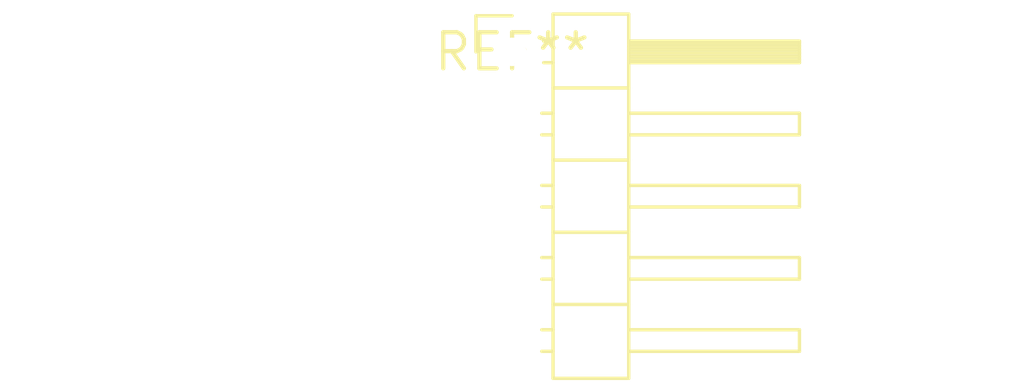
<source format=kicad_pcb>
(kicad_pcb (version 20240108) (generator pcbnew)
  (layers (0 "F.Cu" signal) (31 "B.Cu" signal) (34 "B.Paste" user) (35 "F.Paste" user) (36 "B.SilkS" user "B.Silkscreen") (37 "F.SilkS" user "F.Silkscreen") (38 "B.Mask" user) (39 "F.Mask" user) (44 "Edge.Cuts" user))
  (net 0 "")
  (footprint "PinHeader_1x05_P2.54mm_Horizontal" (layer "F.Cu") (at 0 0)
    (property "Reference" "REF**")
    (property "Value" "PinHeader_1x05_P2.54mm_Horizontal")
    (fp_line (start -1.27 -1.27) (end 0 -1.27) (layer "F.SilkS") (stroke (width 0.12)))
    (fp_line (start -1.27 0) (end -1.27 -1.27) (layer "F.SilkS") (stroke (width 0.12)))
    (fp_line (start 1.042929 2.16) (end 1.44 2.16) (layer "F.SilkS") (stroke (width 0.12)))
    (fp_line (start 1.042929 2.92) (end 1.44 2.92) (layer "F.SilkS") (stroke (width 0.12)))
    (fp_line (start 1.042929 4.7) (end 1.44 4.7) (layer "F.SilkS") (stroke (width 0.12)))
    (fp_line (start 1.042929 5.46) (end 1.44 5.46) (layer "F.SilkS") (stroke (width 0.12)))
    (fp_line (start 1.042929 7.24) (end 1.44 7.24) (layer "F.SilkS") (stroke (width 0.12)))
    (fp_line (start 1.042929 8) (end 1.44 8) (layer "F.SilkS") (stroke (width 0.12)))
    (fp_line (start 1.042929 9.78) (end 1.44 9.78) (layer "F.SilkS") (stroke (width 0.12)))
    (fp_line (start 1.042929 10.54) (end 1.44 10.54) (layer "F.SilkS") (stroke (width 0.12)))
    (fp_line (start 1.11 -0.38) (end 1.44 -0.38) (layer "F.SilkS") (stroke (width 0.12)))
    (fp_line (start 1.11 0.38) (end 1.44 0.38) (layer "F.SilkS") (stroke (width 0.12)))
    (fp_line (start 1.44 -1.33) (end 1.44 11.49) (layer "F.SilkS") (stroke (width 0.12)))
    (fp_line (start 1.44 1.27) (end 4.1 1.27) (layer "F.SilkS") (stroke (width 0.12)))
    (fp_line (start 1.44 3.81) (end 4.1 3.81) (layer "F.SilkS") (stroke (width 0.12)))
    (fp_line (start 1.44 6.35) (end 4.1 6.35) (layer "F.SilkS") (stroke (width 0.12)))
    (fp_line (start 1.44 8.89) (end 4.1 8.89) (layer "F.SilkS") (stroke (width 0.12)))
    (fp_line (start 1.44 11.49) (end 4.1 11.49) (layer "F.SilkS") (stroke (width 0.12)))
    (fp_line (start 4.1 -1.33) (end 1.44 -1.33) (layer "F.SilkS") (stroke (width 0.12)))
    (fp_line (start 4.1 -0.38) (end 10.1 -0.38) (layer "F.SilkS") (stroke (width 0.12)))
    (fp_line (start 4.1 -0.32) (end 10.1 -0.32) (layer "F.SilkS") (stroke (width 0.12)))
    (fp_line (start 4.1 -0.2) (end 10.1 -0.2) (layer "F.SilkS") (stroke (width 0.12)))
    (fp_line (start 4.1 -0.08) (end 10.1 -0.08) (layer "F.SilkS") (stroke (width 0.12)))
    (fp_line (start 4.1 0.04) (end 10.1 0.04) (layer "F.SilkS") (stroke (width 0.12)))
    (fp_line (start 4.1 0.16) (end 10.1 0.16) (layer "F.SilkS") (stroke (width 0.12)))
    (fp_line (start 4.1 0.28) (end 10.1 0.28) (layer "F.SilkS") (stroke (width 0.12)))
    (fp_line (start 4.1 2.16) (end 10.1 2.16) (layer "F.SilkS") (stroke (width 0.12)))
    (fp_line (start 4.1 4.7) (end 10.1 4.7) (layer "F.SilkS") (stroke (width 0.12)))
    (fp_line (start 4.1 7.24) (end 10.1 7.24) (layer "F.SilkS") (stroke (width 0.12)))
    (fp_line (start 4.1 9.78) (end 10.1 9.78) (layer "F.SilkS") (stroke (width 0.12)))
    (fp_line (start 4.1 11.49) (end 4.1 -1.33) (layer "F.SilkS") (stroke (width 0.12)))
    (fp_line (start 10.1 -0.38) (end 10.1 0.38) (layer "F.SilkS") (stroke (width 0.12)))
    (fp_line (start 10.1 0.38) (end 4.1 0.38) (layer "F.SilkS") (stroke (width 0.12)))
    (fp_line (start 10.1 2.16) (end 10.1 2.92) (layer "F.SilkS") (stroke (width 0.12)))
    (fp_line (start 10.1 2.92) (end 4.1 2.92) (layer "F.SilkS") (stroke (width 0.12)))
    (fp_line (start 10.1 4.7) (end 10.1 5.46) (layer "F.SilkS") (stroke (width 0.12)))
    (fp_line (start 10.1 5.46) (end 4.1 5.46) (layer "F.SilkS") (stroke (width 0.12)))
    (fp_line (start 10.1 7.24) (end 10.1 8) (layer "F.SilkS") (stroke (width 0.12)))
    (fp_line (start 10.1 8) (end 4.1 8) (layer "F.SilkS") (stroke (width 0.12)))
    (fp_line (start 10.1 9.78) (end 10.1 10.54) (layer "F.SilkS") (stroke (width 0.12)))
    (fp_line (start 10.1 10.54) (end 4.1 10.54) (layer "F.SilkS") (stroke (width 0.12)))
    (pad "1" thru_hole rect (at 0 0) (size 1.7 1.7) (drill 1) (layers *.Cu *.Mask) (remove_unused_layers))
    (pad "2" thru_hole oval (at 0 2.54) (size 1.7 1.7) (drill 1) (layers *.Cu *.Mask) (remove_unused_layers))
    (pad "3" thru_hole oval (at 0 5.08) (size 1.7 1.7) (drill 1) (layers *.Cu *.Mask) (remove_unused_layers))
    (pad "4" thru_hole oval (at 0 7.62) (size 1.7 1.7) (drill 1) (layers *.Cu *.Mask) (remove_unused_layers))
    (pad "5" thru_hole oval (at 0 10.16) (size 1.7 1.7) (drill 1) (layers *.Cu *.Mask) (remove_unused_layers))
  )
)
</source>
